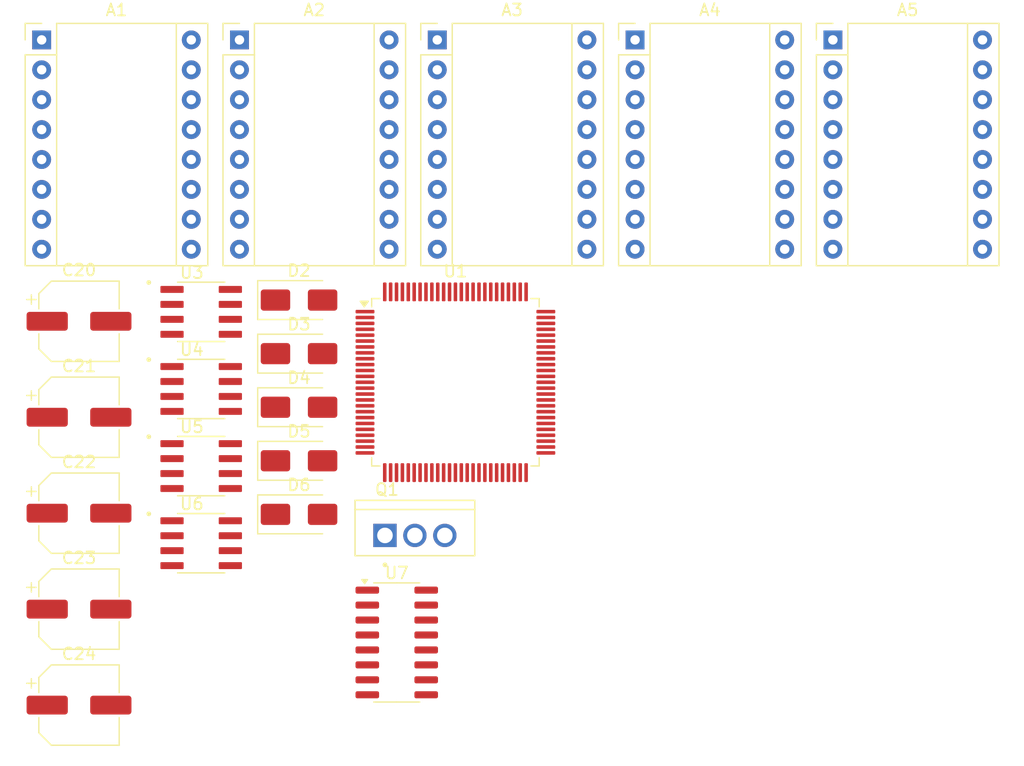
<source format=kicad_pcb>
(kicad_pcb (version 20241229) (generator "pcbnew") (generator_version "9.0")
  (layers (0 "F.Cu" signal) (2 "B.Cu" signal) (13 "F.Paste" user) (15 "B.Paste" user) (5 "F.SilkS" user "F.Silkscreen") (7 "B.SilkS" user "B.Silkscreen") (1 "F.Mask" user) (3 "B.Mask" user) (25 "Edge.Cuts" user))
  (net 0 "")
  (net 1 "Net-(A1-B2)")
  (net 2 "Net-(A1-A1)")
  (net 5 "+3.3V")
  (net 6 "Net-(A1-B1)")
  (net 9 "GND")
  (net 10 "Net-(A1-A2)")
  (net 11 "+24V")
  (net 14 "/~{EN1}")
  (net 16 "Net-(A2-B2)")
  (net 17 "Net-(A2-A1)")
  (net 18 "Net-(A2-A2)")
  (net 25 "Net-(A2-B1)")
  (net 29 "Net-(A3-B2)")
  (net 31 "Net-(A3-A2)")
  (net 33 "Net-(A3-A1)")
  (net 37 "Net-(A3-B1)")
  (net 41 "Net-(A4-B1)")
  (net 43 "Net-(A4-A1)")
  (net 44 "Net-(A4-A2)")
  (net 45 "Net-(A4-B2)")
  (net 55 "Net-(A5-A2)")
  (net 56 "Net-(A5-B1)")
  (net 58 "Net-(A5-A1)")
  (net 59 "Net-(A5-B2)")
  (net 68 "/HSE_IN")
  (net 88 "/USB_D+")
  (net 90 "/NRST")
  (net 91 "+3.3VA")
  (net 94 "/USB_D-")
  (net 130 "/SWDIO")
  (net 132 "/HSE_OUT")
  (net 135 "/BOOT0")
  (net 148 "/SWCLK")
  (footprint "MAX6675ISA_:SOIC127P600X175-8N" (layer "F.Cu") (at 84.18 101.97)
    (property "Reference" "U6" (at -0.795 -3.332 0) (layer "F.SilkS"))
    (property "Value" "MAX6675ISA_")
    (fp_line (start -2 -2.52) (end 2 -2.52) (stroke (width 0.127)) (layer "F.SilkS"))
    (fp_line (start -2 2.52) (end 2 2.52) (stroke (width 0.127)) (layer "F.SilkS"))
    (fp_circle (center -4.445 -2.495) (end -4.345 -2.495) (stroke (width 0.2)) (fill no) (layer "F.SilkS"))
    (pad "1" smd roundrect (at -2.475 -1.905) (size 1.97 0.59) (layers "F.Cu" "F.Mask" "F.Paste") (roundrect_rratio 0.125))
    (pad "2" smd roundrect (at -2.475 -0.635) (size 1.97 0.59) (layers "F.Cu" "F.Mask" "F.Paste") (roundrect_rratio 0.125))
    (pad "3" smd roundrect (at -2.475 0.635) (size 1.97 0.59) (layers "F.Cu" "F.Mask" "F.Paste") (roundrect_rratio 0.125))
    (pad "4" smd roundrect (at -2.475 1.905) (size 1.97 0.59) (layers "F.Cu" "F.Mask" "F.Paste") (roundrect_rratio 0.125))
    (pad "5" smd roundrect (at 2.475 1.905) (size 1.97 0.59) (layers "F.Cu" "F.Mask" "F.Paste") (roundrect_rratio 0.125))
    (pad "6" smd roundrect (at 2.475 0.635) (size 1.97 0.59) (layers "F.Cu" "F.Mask" "F.Paste") (roundrect_rratio 0.125))
    (pad "7" smd roundrect (at 2.475 -0.635) (size 1.97 0.59) (layers "F.Cu" "F.Mask" "F.Paste") (roundrect_rratio 0.125))
    (pad "8" smd roundrect (at 2.475 -1.905) (size 1.97 0.59) (layers "F.Cu" "F.Mask" "F.Paste") (roundrect_rratio 0.125))
  )
  (footprint "Diode_SMD:D_SMA" (layer "F.Cu") (at 92.485 94.97)
    (property "Reference" "D5" (at 0 -2.5 0) (layer "F.SilkS"))
    (property "Value" "SMAJ28A")
    (fp_line (start -3.51 -1.65) (end -3.51 1.65) (stroke (width 0.12)) (layer "F.SilkS"))
    (fp_line (start -3.51 -1.65) (end 2 -1.65) (stroke (width 0.12)) (layer "F.SilkS"))
    (fp_line (start -3.51 1.65) (end 2 1.65) (stroke (width 0.12)) (layer "F.SilkS"))
    (pad "1" smd roundrect (at -2 0) (size 2.5 1.8) (layers "F.Cu" "F.Mask" "F.Paste") (roundrect_rratio 0.1388888889) (net 11 "+24V"))
    (pad "2" smd roundrect (at 2 0) (size 2.5 1.8) (layers "F.Cu" "F.Mask" "F.Paste") (roundrect_rratio 0.1388888889) (net 9 "GND"))
  )
  (footprint "Diode_SMD:D_SMA" (layer "F.Cu") (at 92.485 90.42)
    (property "Reference" "D4" (at 0 -2.5 0) (layer "F.SilkS"))
    (property "Value" "SMAJ28A")
    (fp_line (start -3.51 -1.65) (end -3.51 1.65) (stroke (width 0.12)) (layer "F.SilkS"))
    (fp_line (start -3.51 -1.65) (end 2 -1.65) (stroke (width 0.12)) (layer "F.SilkS"))
    (fp_line (start -3.51 1.65) (end 2 1.65) (stroke (width 0.12)) (layer "F.SilkS"))
    (pad "1" smd roundrect (at -2 0) (size 2.5 1.8) (layers "F.Cu" "F.Mask" "F.Paste") (roundrect_rratio 0.1388888889) (net 11 "+24V"))
    (pad "2" smd roundrect (at 2 0) (size 2.5 1.8) (layers "F.Cu" "F.Mask" "F.Paste") (roundrect_rratio 0.1388888889) (net 9 "GND"))
  )
  (footprint "MAX6675ISA_:SOIC127P600X175-8N" (layer "F.Cu") (at 84.18 95.42)
    (property "Reference" "U5" (at -0.795 -3.332 0) (layer "F.SilkS"))
    (property "Value" "MAX6675ISA_")
    (fp_line (start -2 -2.52) (end 2 -2.52) (stroke (width 0.127)) (layer "F.SilkS"))
    (fp_line (start -2 2.52) (end 2 2.52) (stroke (width 0.127)) (layer "F.SilkS"))
    (fp_circle (center -4.445 -2.495) (end -4.345 -2.495) (stroke (width 0.2)) (fill no) (layer "F.SilkS"))
    (pad "1" smd roundrect (at -2.475 -1.905) (size 1.97 0.59) (layers "F.Cu" "F.Mask" "F.Paste") (roundrect_rratio 0.125))
    (pad "2" smd roundrect (at -2.475 -0.635) (size 1.97 0.59) (layers "F.Cu" "F.Mask" "F.Paste") (roundrect_rratio 0.125))
    (pad "3" smd roundrect (at -2.475 0.635) (size 1.97 0.59) (layers "F.Cu" "F.Mask" "F.Paste") (roundrect_rratio 0.125))
    (pad "4" smd roundrect (at -2.475 1.905) (size 1.97 0.59) (layers "F.Cu" "F.Mask" "F.Paste") (roundrect_rratio 0.125))
    (pad "5" smd roundrect (at 2.475 1.905) (size 1.97 0.59) (layers "F.Cu" "F.Mask" "F.Paste") (roundrect_rratio 0.125))
    (pad "6" smd roundrect (at 2.475 0.635) (size 1.97 0.59) (layers "F.Cu" "F.Mask" "F.Paste") (roundrect_rratio 0.125))
    (pad "7" smd roundrect (at 2.475 -0.635) (size 1.97 0.59) (layers "F.Cu" "F.Mask" "F.Paste") (roundrect_rratio 0.125))
    (pad "8" smd roundrect (at 2.475 -1.905) (size 1.97 0.59) (layers "F.Cu" "F.Mask" "F.Paste") (roundrect_rratio 0.125))
  )
  (footprint "MAX6675ISA_:SOIC127P600X175-8N" (layer "F.Cu") (at 84.18 82.32)
    (property "Reference" "U3" (at -0.795 -3.332 0) (layer "F.SilkS"))
    (property "Value" "MAX6675ISA_")
    (fp_line (start -2 -2.52) (end 2 -2.52) (stroke (width 0.127)) (layer "F.SilkS"))
    (fp_line (start -2 2.52) (end 2 2.52) (stroke (width 0.127)) (layer "F.SilkS"))
    (fp_circle (center -4.445 -2.495) (end -4.345 -2.495) (stroke (width 0.2)) (fill no) (layer "F.SilkS"))
    (pad "1" smd roundrect (at -2.475 -1.905) (size 1.97 0.59) (layers "F.Cu" "F.Mask" "F.Paste") (roundrect_rratio 0.125))
    (pad "2" smd roundrect (at -2.475 -0.635) (size 1.97 0.59) (layers "F.Cu" "F.Mask" "F.Paste") (roundrect_rratio 0.125))
    (pad "3" smd roundrect (at -2.475 0.635) (size 1.97 0.59) (layers "F.Cu" "F.Mask" "F.Paste") (roundrect_rratio 0.125))
    (pad "4" smd roundrect (at -2.475 1.905) (size 1.97 0.59) (layers "F.Cu" "F.Mask" "F.Paste") (roundrect_rratio 0.125))
    (pad "5" smd roundrect (at 2.475 1.905) (size 1.97 0.59) (layers "F.Cu" "F.Mask" "F.Paste") (roundrect_rratio 0.125))
    (pad "6" smd roundrect (at 2.475 0.635) (size 1.97 0.59) (layers "F.Cu" "F.Mask" "F.Paste") (roundrect_rratio 0.125))
    (pad "7" smd roundrect (at 2.475 -0.635) (size 1.97 0.59) (layers "F.Cu" "F.Mask" "F.Paste") (roundrect_rratio 0.125))
    (pad "8" smd roundrect (at 2.475 -1.905) (size 1.97 0.59) (layers "F.Cu" "F.Mask" "F.Paste") (roundrect_rratio 0.125))
  )
  (footprint "Package_QFP:LQFP-100_14x14mm_P0.5mm" (layer "F.Cu") (at 105.76 88.3)
    (property "Reference" "U1" (at 0 -9.43 0) (layer "F.SilkS"))
    (property "Value" "STM32F407VGT6")
    (fp_line (start -7.11 -7.11) (end -7.11 -6.41) (stroke (width 0.12)) (layer "F.SilkS"))
    (fp_line (start -7.11 7.11) (end -7.11 6.41) (stroke (width 0.12)) (layer "F.SilkS"))
    (fp_line (start -6.41 -7.11) (end -7.11 -7.11) (stroke (width 0.12)) (layer "F.SilkS"))
    (fp_line (start -6.41 7.11) (end -7.11 7.11) (stroke (width 0.12)) (layer "F.SilkS"))
    (fp_line (start 6.41 -7.11) (end 7.11 -7.11) (stroke (width 0.12)) (layer "F.SilkS"))
    (fp_line (start 6.41 7.11) (end 7.11 7.11) (stroke (width 0.12)) (layer "F.SilkS"))
    (fp_line (start 7.11 -7.11) (end 7.11 -6.41) (stroke (width 0.12)) (layer "F.SilkS"))
    (fp_line (start 7.11 7.11) (end 7.11 6.41) (stroke (width 0.12)) (layer "F.SilkS"))
    (fp_poly (pts (xy -7.7375 -6.41) (xy -8.0775 -6.88) (xy -7.3975 -6.88)) (stroke (width 0.12)) (fill yes) (layer "F.SilkS"))
    (pad "1" smd roundrect (at -7.675 -6) (size 1.6 0.3) (layers "F.Cu" "F.Mask" "F.Paste"))
    (pad "2" smd roundrect (at -7.675 -5.5) (size 1.6 0.3) (layers "F.Cu" "F.Mask" "F.Paste"))
    (pad "3" smd roundrect (at -7.675 -5) (size 1.6 0.3) (layers "F.Cu" "F.Mask" "F.Paste"))
    (pad "4" smd roundrect (at -7.675 -4.5) (size 1.6 0.3) (layers "F.Cu" "F.Mask" "F.Paste"))
    (pad "5" smd roundrect (at -7.675 -4) (size 1.6 0.3) (layers "F.Cu" "F.Mask" "F.Paste"))
    (pad "6" smd roundrect (at -7.675 -3.5) (size 1.6 0.3) (layers "F.Cu" "F.Mask" "F.Paste") (net 5 "+3.3V"))
    (pad "7" smd roundrect (at -7.675 -3) (size 1.6 0.3) (layers "F.Cu" "F.Mask" "F.Paste"))
    (pad "8" smd roundrect (at -7.675 -2.5) (size 1.6 0.3) (layers "F.Cu" "F.Mask" "F.Paste"))
    (pad "9" smd roundrect (at -7.675 -2) (size 1.6 0.3) (layers "F.Cu" "F.Mask" "F.Paste"))
    (pad "10" smd roundrect (at -7.675 -1.5) (size 1.6 0.3) (layers "F.Cu" "F.Mask" "F.Paste") (net 9 "GND"))
    (pad "11" smd roundrect (at -7.675 -1) (size 1.6 0.3) (layers "F.Cu" "F.Mask" "F.Paste") (net 5 "+3.3V"))
    (pad "12" smd roundrect (at -7.675 -0.5) (size 1.6 0.3) (layers "F.Cu" "F.Mask" "F.Paste") (net 68 "/HSE_IN"))
    (pad "13" smd roundrect (at -7.675 0) (size 1.6 0.3) (layers "F.Cu" "F.Mask" "F.Paste") (net 132 "/HSE_OUT"))
    (pad "14" smd roundrect (at -7.675 0.5) (size 1.6 0.3) (layers "F.Cu" "F.Mask" "F.Paste") (net 90 "/NRST"))
    (pad "15" smd roundrect (at -7.675 1) (size 1.6 0.3) (layers "F.Cu" "F.Mask" "F.Paste"))
    (pad "16" smd roundrect (at -7.675 1.5) (size 1.6 0.3) (layers "F.Cu" "F.Mask" "F.Paste"))
    (pad "17" smd roundrect (at -7.675 2) (size 1.6 0.3) (layers "F.Cu" "F.Mask" "F.Paste"))
    (pad "18" smd roundrect (at -7.675 2.5) (size 1.6 0.3) (layers "F.Cu" "F.Mask" "F.Paste"))
    (pad "19" smd roundrect (at -7.675 3) (size 1.6 0.3) (layers "F.Cu" "F.Mask" "F.Paste") (net 5 "+3.3V"))
    (pad "20" smd roundrect (at -7.675 3.5) (size 1.6 0.3) (layers "F.Cu" "F.Mask" "F.Paste") (net 9 "GND"))
    (pad "21" smd roundrect (at -7.675 4) (size 1.6 0.3) (layers "F.Cu" "F.Mask" "F.Paste"))
    (pad "22" smd roundrect (at -7.675 4.5) (size 1.6 0.3) (layers "F.Cu" "F.Mask" "F.Paste") (net 91 "+3.3VA"))
    (pad "23" smd roundrect (at -7.675 5) (size 1.6 0.3) (layers "F.Cu" "F.Mask" "F.Paste"))
    (pad "24" smd roundrect (at -7.675 5.5) (size 1.6 0.3) (layers "F.Cu" "F.Mask" "F.Paste"))
    (pad "25" smd roundrect (at -7.675 6) (size 1.6 0.3) (layers "F.Cu" "F.Mask" "F.Paste"))
    (pad "26" smd roundrect (at -6 7.675) (size 0.3 1.6) (layers "F.Cu" "F.Mask" "F.Paste"))
    (pad "27" smd roundrect (at -5.5 7.675) (size 0.3 1.6) (layers "F.Cu" "F.Mask" "F.Paste") (net 9 "GND"))
    (pad "28" smd roundrect (at -5 7.675) (size 0.3 1.6) (layers "F.Cu" "F.Mask" "F.Paste") (net 5 "+3.3V"))
    (pad "29" smd roundrect (at -4.5 7.675) (size 0.3 1.6) (layers "F.Cu" "F.Mask" "F.Paste"))
    (pad "30" smd roundrect (at -4 7.675) (size 0.3 1.6) (layers "F.Cu" "F.Mask" "F.Paste"))
    (pad "31" smd roundrect (at -3.5 7.675) (size 0.3 1.6) (layers "F.Cu" "F.Mask" "F.Paste"))
    (pad "32" smd roundrect (at -3 7.675) (size 0.3 1.6) (layers "F.Cu" "F.Mask" "F.Paste"))
    (pad "33" smd roundrect (at -2.5 7.675) (size 0.3 1.6) (layers "F.Cu" "F.Mask" "F.Paste"))
    (pad "34" smd roundrect (at -2 7.675) (size 0.3 1.6) (layers "F.Cu" "F.Mask" "F.Paste"))
    (pad "35" smd roundrect (at -1.5 7.675) (size 0.3 1.6) (layers "F.Cu" "F.Mask" "F.Paste"))
    (pad "36" smd roundrect (at -1 7.675) (size 0.3 1.6) (layers "F.Cu" "F.Mask" "F.Paste"))
    (pad "37" smd roundrect (at -0.5 7.675) (size 0.3 1.6) (layers "F.Cu" "F.Mask" "F.Paste"))
    (pad "38" smd roundrect (at 0 7.675) (size 0.3 1.6) (layers "F.Cu" "F.Mask" "F.Paste"))
    (pad "39" smd roundrect (at 0.5 7.675) (size 0.3 1.6) (layers "F.Cu" "F.Mask" "F.Paste"))
    (pad "40" smd roundrect (at 1 7.675) (size 0.3 1.6) (layers "F.Cu" "F.Mask" "F.Paste"))
    (pad "41" smd roundrect (at 1.5 7.675) (size 0.3 1.6) (layers "F.Cu" "F.Mask" "F.Paste"))
    (pad "42" smd roundrect (at 2 7.675) (size 0.3 1.6) (layers "F.Cu" "F.Mask" "F.Paste"))
    (pad "43" smd roundrect (at 2.5 7.675) (size 0.3 1.6) (layers "F.Cu" "F.Mask" "F.Paste"))
    (pad "44" smd roundrect (at 3 7.675) (size 0.3 1.6) (layers "F.Cu" "F.Mask" "F.Paste"))
    (pad "45" smd roundrect (at 3.5 7.675) (size 0.3 1.6) (layers "F.Cu" "F.Mask" "F.Paste"))
    (pad "46" smd roundrect (at 4 7.675) (size 0.3 1.6) (layers "F.Cu" "F.Mask" "F.Paste"))
    (pad "47" smd roundrect (at 4.5 7.675) (size 0.3 1.6) (layers "F.Cu" "F.Mask" "F.Paste"))
    (pad "48" smd roundrect (at 5 7.675) (size 0.3 1.6) (layers "F.Cu" "F.Mask" "F.Paste"))
    (pad "49" smd roundrect (at 5.5 7.675) (size 0.3 1.6) (layers "F.Cu" "F.Mask" "F.Paste"))
    (pad "50" smd roundrect (at 6 7.675) (size 0.3 1.6) (layers "F.Cu" "F.Mask" "F.Paste") (net 5 "+3.3V"))
    (pad "51" smd roundrect (at 7.675 6) (size 1.6 0.3) (layers "F.Cu" "F.Mask" "F.Paste"))
    (pad "52" smd roundrect (at 7.675 5.5) (size 1.6 0.3) (layers "F.Cu" "F.Mask" "F.Paste"))
    (pad "53" smd roundrect (at 7.675 5) (size 1.6 0.3) (layers "F.Cu" "F.Mask" "F.Paste"))
    (pad "54" smd roundrect (at 7.675 4.5) (size 1.6 0.3) (layers "F.Cu" "F.Mask" "F.Paste"))
    (pad "55" smd roundrect (at 7.675 4) (size 1.6 0.3) (layers "F.Cu" "F.Mask" "F.Paste"))
    (pad "56" smd roundrect (at 7.675 3.5) (size 1.6 0.3) (layers "F.Cu" "F.Mask" "F.Paste"))
    (pad "57" smd roundrect (at 7.675 3) (size 1.6 0.3) (layers "F.Cu" "F.Mask" "F.Paste"))
    (pad "58" smd roundrect (at 7.675 2.5) (size 1.6 0.3) (layers "F.Cu" "F.Mask" "F.Paste"))
    (pad "59" smd roundrect (at 7.675 2) (size 1.6 0.3) (layers "F.Cu" "F.Mask" "F.Paste"))
    (pad "60" smd roundrect (at 7.675 1.5) (size 1.6 0.3) (layers "F.Cu" "F.Mask" "F.Paste"))
    (pad "61" smd roundrect (at 7.675 1) (size 1.6 0.3) (layers "F.Cu" "F.Mask" "F.Paste"))
    (pad "62" smd roundrect (at 7.675 0.5) (size 1.6 0.3) (layers "F.Cu" "F.Mask" "F.Paste"))
    (pad "63" smd roundrect (at 7.675 0) (size 1.6 0.3) (layers "F.Cu" "F.Mask" "F.Paste"))
    (pad "64" smd roundrect (at 7.675 -0.5) (size 1.6 0.3) (layers "F.Cu" "F.Mask" "F.Paste"))
    (pad "65" smd roundrect (at 7.675 -1) (size 1.6 0.3) (layers "F.Cu" "F.Mask" "F.Paste"))
    (pad "66" smd roundrect (at 7.675 -1.5) (size 1.6 0.3) (layers "F.Cu" "F.Mask" "F.Paste"))
    (pad "67" smd roundrect (at 7.675 -2) (size 1.6 0.3) (layers "F.Cu" "F.Mask" "F.Paste"))
    (pad "68" smd roundrect (at 7.675 -2.5) (size 1.6 0.3) (layers "F.Cu" "F.Mask" "F.Paste"))
    (pad "69" smd roundrect (at 7.675 -3) (size 1.6 0.3) (layers "F.Cu" "F.Mask" "F.Paste"))
    (pad "70" smd roundrect (at 7.675 -3.5) (size 1.6 0.3) (layers "F.Cu" "F.Mask" "F.Paste") (net 94 "/USB_D-"))
    (pad "71" smd roundrect (at 7.675 -4) (size 1.6 0.3) (layers "F.Cu" "F.Mask" "F.Paste") (net 88 "/USB_D+"))
    (pad "72" smd roundrect (at 7.675 -4.5) (size 1.6 0.3) (layers "F.Cu" "F.Mask" "F.Paste") (net 130 "/SWDIO"))
    (pad "73" smd roundrect (at 7.675 -5) (size 1.6 0.3) (layers "F.Cu" "F.Mask" "F.Paste"))
    (pad "74" smd roundrect (at 7.675 -5.5) (size 1.6 0.3) (layers "F.Cu" "F.Mask" "F.Paste") (net 9 "GND"))
    (pad "75" smd roundrect (at 7.675 -6) (size 1.6 0.3) (layers "F.Cu" "F.Mask" "F.Paste") (net 5 "+3.3V"))
    (pad "76" smd roundrect (at 6 -7.675) (size 0.3 1.6) (layers "F.Cu" "F.Mask" "F.Paste") (net 148 "/SWCLK"))
    (pad "77" smd roundrect (at 5.5 -7.675) (size 0.3 1.6) (layers "F.Cu" "F.Mask" "F.Paste"))
    (pad "78" smd roundrect (at 5 -7.675) (size 0.3 1.6) (layers "F.Cu" "F.Mask" "F.Paste"))
    (pad "79" smd roundrect (at 4.5 -7.675) (size 0.3 1.6) (layers "F.Cu" "F.Mask" "F.Paste"))
    (pad "80" smd roundrect (at 4 -7.675) (size 0.3 1.6) (layers "F.Cu" "F.Mask" "F.Paste"))
    (pad "81" smd roundrect (at 3.5 -7.675) (size 0.3 1.6) (layers "F.Cu" "F.Mask" "F.Paste"))
    (pad "82" smd roundrect (at 3 -7.675) (size 0.3 1.6) (layers "F.Cu" "F.Mask" "F.Paste"))
    (pad "83" smd roundrect (at 2.5 -7.675) (size 0.3 1.6) (layers "F.Cu" "F.Mask" "F.Paste"))
    (pad "84" smd roundrect (at 2 -7.675) (size 0.3 1.6) (layers "F.Cu" "F.Mask" "F.Paste"))
    (pad "85" smd roundrect (at 1.5 -7.675) (size 0.3 1.6) (layers "F.Cu" "F.Mask" "F.Paste"))
    (pad "86" smd roundrect (at 1 -7.675) (size 0.3 1.6) (layers "F.Cu" "F.Mask" "F.Paste"))
    (pad "87" smd roundrect (at 0.5 -7.675) (size 0.3 1.6) (layers "F.Cu" "F.Mask" "F.Paste"))
    (pad "88" smd roundrect (at 0 -7.675) (size 0.3 1.6) (layers "F.Cu" "F.Mask" "F.Paste"))
    (pad "89" smd roundrect (at -0.5 -7.675) (size 0.3 1.6) (layers "F.Cu" "F.Mask" "F.Paste"))
    (pad "90" smd roundrect (at -1 -7.675) (size 0.3 1.6) (layers "F.Cu" "F.Mask" "F.Paste"))
    (pad "91" smd roundrect (at -1.5 -7.675) (size 0.3 1.6) (layers "F.Cu" "F.Mask" "F.Paste"))
    (pad "92" smd roundrect (at -2 -7.675) (size 0.3 1.6) (layers "F.Cu" "F.Mask" "F.Paste"))
    (pad "93" smd roundrect (at -2.5 -7.675) (size 0.3 1.6) (layers "F.Cu" "F.Mask" "F.Paste"))
    (pad "94" smd roundrect (at -3 -7.675) (size 0.3 1.6) (layers "F.Cu" "F.Mask" "F.Paste") (net 135 "/BOOT0"))
    (pad "95" smd roundrect (at -3.5 -7.675) (size 0.3 1.6) (layers "F.Cu" "F.Mask" "F.Paste"))
    (pad "96" smd roundrect (at -4 -7.675) (size 0.3 1.6) (layers "F.Cu" "F.Mask" "F.Paste"))
    (pad "97" smd roundrect (at -4.5 -7.675) (size 0.3 1.6) (layers "F.Cu" "F.Mask" "F.Paste"))
    (pad "98" smd roundrect (at -5 -7.675) (size 0.3 1.6) (layers "F.Cu" "F.Mask" "F.Paste"))
    (pad "99" smd roundrect (at -5.5 -7.675) (size 0.3 1.6) (layers "F.Cu" "F.Mask" "F.Paste") (net 9 "GND"))
    (pad "100" smd roundrect (at -6 -7.675) (size 0.3 1.6) (layers "F.Cu" "F.Mask" "F.Paste") (net 5 "+3.3V"))
  )
  (footprint "RFP30N06LE:TRANS_RFP30N06LE" (layer "F.Cu") (at 102.32 101.31)
    (property "Reference" "Q1" (at -2.368715 -3.891095 0) (layer "F.SilkS") (effects (font (size 1.001567 1.001567))))
    (property "Value" "RFP30N06LE")
    (fp_line (start -5.1 -2.2) (end 5.1 -2.2) (stroke (width 0.127)) (layer "F.SilkS"))
    (fp_line (start -5.08 -2.98) (end -5.08 1.72) (stroke (width 0.127)) (layer "F.SilkS"))
    (fp_line (start -5.08 1.72) (end 5.08 1.72) (stroke (width 0.127)) (layer "F.SilkS"))
    (fp_line (start 5.08 -2.98) (end -5.08 -2.98) (stroke (width 0.127)) (layer "F.SilkS"))
    (fp_line (start 5.08 1.72) (end 5.08 -2.98) (stroke (width 0.127)) (layer "F.SilkS"))
    (fp_circle (center -2.54 2.5) (end -2.34 2.5) (fill yes) (layer "F.SilkS"))
    (pad "1" thru_hole rect (at -2.54 0) (size 1.98 1.98) (drill 1.32) (layers "*.Cu" "*.Mask"))
    (pad "2" thru_hole circle (at 0 0) (size 1.98 1.98) (drill 1.32) (layers "*.Cu" "*.Mask"))
    (pad "3" thru_hole circle (at 2.54 0) (size 1.98 1.98) (drill 1.32) (layers "*.Cu" "*.Mask"))
  )
  (footprint "Diode_SMD:D_SMA" (layer "F.Cu") (at 92.485 99.52)
    (property "Reference" "D6" (at 0 -2.5 0) (layer "F.SilkS"))
    (property "Value" "SMAJ28A")
    (fp_line (start -3.51 -1.65) (end -3.51 1.65) (stroke (width 0.12)) (layer "F.SilkS"))
    (fp_line (start -3.51 -1.65) (end 2 -1.65) (stroke (width 0.12)) (layer "F.SilkS"))
    (fp_line (start -3.51 1.65) (end 2 1.65) (stroke (width 0.12)) (layer "F.SilkS"))
    (pad "1" smd roundrect (at -2 0) (size 2.5 1.8) (layers "F.Cu" "F.Mask" "F.Paste") (roundrect_rratio 0.1388888889) (net 11 "+24V"))
    (pad "2" smd roundrect (at 2 0) (size 2.5 1.8) (layers "F.Cu" "F.Mask" "F.Paste") (roundrect_rratio 0.1388888889) (net 9 "GND"))
  )
  (footprint "Capacitor_SMD:CP_Elec_6.3x7.7" (layer "F.Cu") (at 73.81 83.12)
    (property "Reference" "C20" (at 0 -4.35 0) (layer "F.SilkS"))
    (property "Value" "C_Polarized")
    (fp_line (start -4.4375 -1.8475) (end -3.65 -1.8475) (stroke (width 0.12)) (layer "F.SilkS"))
    (fp_line (start -4.04375 -2.24125) (end -4.04375 -1.45375) (stroke (width 0.12)) (layer "F.SilkS"))
    (fp_line (start -3.41 -2.345563) (end -3.41 -1.06) (stroke (width 0.12)) (layer "F.SilkS"))
    (fp_line (start -3.41 -2.345563) (end -2.345563 -3.41) (stroke (width 0.12)) (layer "F.SilkS"))
    (fp_line (start -3.41 2.345563) (end -3.41 1.06) (stroke (width 0.12)) (layer "F.SilkS"))
    (fp_line (start -3.41 2.345563) (end -2.345563 3.41) (stroke (width 0.12)) (layer "F.SilkS"))
    (fp_line (start -2.345563 -3.41) (end 3.41 -3.41) (stroke (width 0.12)) (layer "F.SilkS"))
    (fp_line (start -2.345563 3.41) (end 3.41 3.41) (stroke (width 0.12)) (layer "F.SilkS"))
    (fp_line (start 3.41 -3.41) (end 3.41 -1.06) (stroke (width 0.12)) (layer "F.SilkS"))
    (fp_line (start 3.41 3.41) (end 3.41 1.06) (stroke (width 0.12)) (layer "F.SilkS"))
    (pad "1" smd roundrect (at -2.7 0) (size 3.5 1.6) (layers "F.Cu" "F.Mask" "F.Paste") (roundrect_rratio 0.15625) (net 11 "+24V"))
    (pad "2" smd roundrect (at 2.7 0) (size 3.5 1.6) (layers "F.Cu" "F.Mask" "F.Paste") (roundrect_rratio 0.15625) (net 9 "GND"))
  )
  (footprint "Module:Pololu_Breakout-16_15.2x20.3mm" (layer "F.Cu") (at 137.8 59.22)
    (property "Reference" "A5" (at 6.35 -2.54 0) (layer "F.SilkS"))
    (property "Value" "Pololu_Breakout_DRV8825")
    (fp_line (start -1.4 -1.4) (end -1.4 0) (stroke (width 0.12)) (layer "F.SilkS"))
    (fp_line (start -1.4 1.27) (end -1.4 19.18) (stroke (width 0.12)) (layer "F.SilkS"))
    (fp_line (start -1.4 19.18) (end 14.1 19.18) (stroke (width 0.12)) (layer "F.SilkS"))
    (fp_line (start 0 -1.4) (end -1.4 -1.4) (stroke (width 0.12)) (layer "F.SilkS"))
    (fp_line (start 1.27 -1.4) (end 1.27 1.27) (stroke (width 0.12)) (layer "F.SilkS"))
    (fp_line (start 1.27 1.27) (end -1.4 1.27) (stroke (width 0.12)) (layer "F.SilkS"))
    (fp_line (start 1.27 1.27) (end 1.27 19.18) (stroke (width 0.12)) (layer "F.SilkS"))
    (fp_line (start 11.43 -1.4) (end 11.43 19.18) (stroke (width 0.12)) (layer "F.SilkS"))
    (fp_line (start 14.1 -1.4) (end 1.27 -1.4) (stroke (width 0.12)) (layer "F.SilkS"))
    (fp_line (start 14.1 19.18) (end 14.1 -1.4) (stroke (width 0.12)) (layer "F.SilkS"))
    (pad "1" thru_hole rect (at 0 0) (size 1.6 1.6) (drill 0.8) (layers "*.Cu" "*.Mask") (net 9 "GND"))
    (pad "2" thru_hole oval (at 0 2.54) (size 1.6 1.6) (drill 0.8) (layers "*.Cu" "*.Mask") (net 5 "+3.3V"))
    (pad "3" thru_hole oval (at 0 5.08) (size 1.6 1.6) (drill 0.8) (layers "*.Cu" "*.Mask") (net 55 "Net-(A5-A2)"))
    (pad "4" thru_hole oval (at 0 7.62) (size 1.6 1.6) (drill 0.8) (layers "*.Cu" "*.Mask") (net 58 "Net-(A5-A1)"))
    (pad "5" thru_hole oval (at 0 10.16) (size 1.6 1.6) (drill 0.8) (layers "*.Cu" "*.Mask") (net 56 "Net-(A5-B1)"))
    (pad "6" thru_hole oval (at 0 12.7) (size 1.6 1.6) (drill 0.8) (layers "*.Cu" "*.Mask") (net 59 "Net-(A5-B2)"))
    (pad "7" thru_hole oval (at 0 15.24) (size 1.6 1.6) (drill 0.8) (layers "*.Cu" "*.Mask") (net 9 "GND"))
    (pad "8" thru_hole oval (at 0 17.78) (size 1.6 1.6) (drill 0.8) (layers "*.Cu" "*.Mask") (net 11 "+24V"))
    (pad "9" thru_hole oval (at 12.7 17.78) (size 1.6 1.6) (drill 0.8) (layers "*.Cu" "*.Mask") (net 14 "/~{EN1}"))
    (pad "10" thru_hole oval (at 12.7 15.24) (size 1.6 1.6) (drill 0.8) (layers "*.Cu" "*.Mask"))
    (pad "11" thru_hole oval (at 12.7 12.7) (size 1.6 1.6) (drill 0.8) (layers "*.Cu" "*.Mask"))
    (pad "12" thru_hole oval (at 12.7 10.16) (size 1.6 1.6) (drill 0.8) (layers "*.Cu" "*.Mask"))
    (pad "13" thru_hole oval (at 12.7 7.62) (size 1.6 1.6) (drill 0.8) (layers "*.Cu" "*.Mask"))
    (pad "14" thru_hole oval (at 12.7 5.08) (size 1.6 1.6) (drill 0.8) (layers "*.Cu" "*.Mask"))
    (pad "15" thru_hole oval (at 12.7 2.54) (size 1.6 1.6) (drill 0.8) (layers "*.Cu" "*.Mask"))
    (pad "16" thru_hole oval (at 12.7 0) (size 1.6 1.6) (drill 0.8) (layers "*.Cu" "*.Mask"))
  )
  (footprint "Module:Pololu_Breakout-16_15.2x20.3mm" (layer "F.Cu") (at 70.64 59.22)
    (property "Reference" "A1" (at 6.35 -2.54 0) (layer "F.SilkS"))
    (property "Value" "Pololu_Breakout_DRV8825")
    (fp_line (start -1.4 -1.4) (end -1.4 0) (stroke (width 0.12)) (layer "F.SilkS"))
    (fp_line (start -1.4 1.27) (end -1.4 19.18) (stroke (width 0.12)) (layer "F.SilkS"))
    (fp_line (start -1.4 19.18) (end 14.1 19.18) (stroke (width 0.12)) (layer "F.SilkS"))
    (fp_line (start 0 -1.4) (end -1.4 -1.4) (stroke (width 0.12)) (layer "F.SilkS"))
    (fp_line (start 1.27 -1.4) (end 1.27 1.27) (stroke (width 0.12)) (layer "F.SilkS"))
    (fp_line (start 1.27 1.27) (end -1.4 1.27) (stroke (width 0.12)) (layer "F.SilkS"))
    (fp_line (start 1.27 1.27) (end 1.27 19.18) (stroke (width 0.12)) (layer "F.SilkS"))
    (fp_line (start 11.43 -1.4) (end 11.43 19.18) (stroke (width 0.12)) (layer "F.SilkS"))
    (fp_line (start 14.1 -1.4) (end 1.27 -1.4) (stroke (width 0.12)) (layer "F.SilkS"))
    (fp_line (start 14.1 19.18) (end 14.1 -1.4) (stroke (width 0.12)) (layer "F.SilkS"))
    (pad "1" thru_hole rect (at 0 0) (size 1.6 1.6) (drill 0.8) (layers "*.Cu" "*.Mask") (net 9 "GND"))
    (pad "2" thru_hole oval (at 0 2.54) (size 1.6 1.6) (drill 0.8) (layers "*.Cu" "*.Mask") (net 5 "+3.3V"))
    (pad "3" thru_hole oval (at 0 5.08) (size 1.6 1.6) (drill 0.8) (layers "*.Cu" "*.Mask") (net 10 "Net-(A1-A2)"))
    (pad "4" thru_hole oval (at 0 7.62) (size 1.6 1.6) (drill 0.8) (layers "*.Cu" "*.Mask") (net 2 "Net-(A1-A1)"))
    (pad "5" thru_hole oval (at 0 10.16) (size 1.6 1.6) (drill 0.8) (layers "*.Cu" "*.Mask") (net 6 "Net-(A1-B1)"))
    (pad "6" thru_hole oval (at 0 12.7) (size 1.6 1.6) (drill 0.8) (layers "*.Cu" "*.Mask") (net 1 "Net-(A1-B2)"))
    (pad "7" thru_hole oval (at 0 15.24) (size 1.6 1.6) (drill 0.8) (layers "*.Cu" "*.Mask") (net 9 "GND"))
    (pad "8" thru_hole oval (at 0 17.78) (size 1.6 1.6) (drill 0.8) (layers "*.Cu" "*.Mask") (net 11 "+24V"))
    (pad "9" thru_hole oval (at 12.7 17.78) (size 1.6 1.6) (drill 0.8) (layers "*.Cu" "*.Mask") (net 14 "/~{EN1}"))
    (pad "10" thru_hole oval (at 12.7 15.24) (size 1.6 1.6) (drill 0.8) (layers "*.Cu" "*.Mask"))
    (pad "11" thru_hole oval (at 12.7 12.7) (size 1.6 1.6) (drill 0.8) (layers "*.Cu" "*.Mask"))
    (pad "12" thru_hole oval (at 12.7 10.16) (size 1.6 1.6) (drill 0.8) (layers "*.Cu" "*.Mask"))
    (pad "13" thru_hole oval (at 12.7 7.62) (size 1.6 1.6) (drill 0.8) (layers "*.Cu" "*.Mask"))
    (pad "14" thru_hole oval (at 12.7 5.08) (size 1.6 1.6) (drill 0.8) (layers "*.Cu" "*.Mask"))
    (pad "15" thru_hole oval (at 12.7 2.54) (size 1.6 1.6) (drill 0.8) (layers "*.Cu" "*.Mask"))
    (pad "16" thru_hole oval (at 12.7 0) (size 1.6 1.6) (drill 0.8) (layers "*.Cu" "*.Mask"))
  )
  (footprint "Module:Pololu_Breakout-16_15.2x20.3mm" (layer "F.Cu") (at 104.22 59.22)
    (property "Reference" "A3" (at 6.35 -2.54 0) (layer "F.SilkS"))
    (property "Value" "Pololu_Breakout_DRV8825")
    (fp_line (start -1.4 -1.4) (end -1.4 0) (stroke (width 0.12)) (layer "F.SilkS"))
    (fp_line (start -1.4 1.27) (end -1.4 19.18) (stroke (width 0.12)) (layer "F.SilkS"))
    (fp_line (start -1.4 19.18) (end 14.1 19.18) (stroke (width 0.12)) (layer "F.SilkS"))
    (fp_line (start 0 -1.4) (end -1.4 -1.4) (stroke (width 0.12)) (layer "F.SilkS"))
    (fp_line (start 1.27 -1.4) (end 1.27 1.27) (stroke (width 0.12)) (layer "F.SilkS"))
    (fp_line (start 1.27 1.27) (end -1.4 1.27) (stroke (width 0.12)) (layer "F.SilkS"))
    (fp_line (start 1.27 1.27) (end 1.27 19.18) (stroke (width 0.12)) (layer "F.SilkS"))
    (fp_line (start 11.43 -1.4) (end 11.43 19.18) (stroke (width 0.12)) (layer "F.SilkS"))
    (fp_line (start 14.1 -1.4) (end 1.27 -1.4) (stroke (width 0.12)) (layer "F.SilkS"))
    (fp_line (start 14.1 19.18) (end 14.1 -1.4) (stroke (width 0.12)) (layer "F.SilkS"))
    (pad "1" thru_hole rect (at 0 0) (size 1.6 1.6) (drill 0.8) (layers "*.Cu" "*.Mask") (net 9 "GND"))
    (pad "2" thru_hole oval (at 0 2.54) (size 1.6 1.6) (drill 0.8) (layers "*.Cu" "*.Mask") (net 5 "+3.3V"))
    (pad "3" thru_hole oval (at 0 5.08) (size 1.6 1.6) (drill 0.8) (layers "*.Cu" "*.Mask") (net 31 "Net-(A3-A2)"))
    (pad "4" thru_hole oval (at 0 7.62) (size 1.6 1.6) (drill 0.8) (layers "*.Cu" "*.Mask") (net 33 "Net-(A3-A1)"))
    (pad "5" thru_hole oval (at 0 10.16) (size 1.6 1.6) (drill 0.8) (layers "*.Cu" "*.Mask") (net 37 "Net-(A3-B1)"))
    (pad "6" thru_hole oval (at 0 12.7) (size 1.6 1.6) (drill 0.8) (layers "*.Cu" "*.Mask") (net 29 "Net-(A3-B2)"))
    (pad "7" thru_hole oval (at 0 15.24) (size 1.6 1.6) (drill 0.8) (layers "*.Cu" "*.Mask") (net 9 "GND"))
    (pad "8" thru_hole oval (at 0 17.78) (size 1.6 1.6) (drill 0.8) (layers "*.Cu" "*.Mask") (net 11 "+24V"))
    (pad "9" thru_hole oval (at 12.7 17.78) (size 1.6 1.6) (drill 0.8) (layers "*.Cu" "*.Mask") (net 14 "/~{EN1}"))
    (pad "10" thru_hole oval (at 12.7 15.24) (size 1.6 1.6) (drill 0.8) (layers "*.Cu" "*.Mask"))
    (pad "11" thru_hole oval (at 12.7 12.7) (size 1.6 1.6) (drill 0.8) (layers "*.Cu" "*.Mask"))
    (pad "12" thru_hole oval (at 12.7 10.16) (size 1.6 1.6) (drill 0.8) (layers "*.Cu" "*.Mask"))
    (pad "13" thru_hole oval (at 12.7 7.62) (size 1.6 1.6) (drill 0.8) (layers "*.Cu" "*.Mask"))
    (pad "14" thru_hole oval (at 12.7 5.08) (size 1.6 1.6) (drill 0.8) (layers "*.Cu" "*.Mask"))
    (pad "15" thru_hole oval (at 12.7 2.54) (size 1.6 1.6) (drill 0.8) (layers "*.Cu" "*.Mask"))
    (pad "16" thru_hole oval (at 12.7 0) (size 1.6 1.6) (drill 0.8) (layers "*.Cu" "*.Mask"))
  )
  (footprint "Capacitor_SMD:CP_Elec_6.3x7.7" (layer "F.Cu") (at 73.81 107.57)
    (property "Reference" "C23" (at 0 -4.35 0) (layer "F.SilkS"))
    (property "Value" "C_Polarized")
    (fp_line (start -4.4375 -1.8475) (end -3.65 -1.8475) (stroke (width 0.12)) (layer "F.SilkS"))
    (fp_line (start -4.04375 -2.24125) (end -4.04375 -1.45375) (stroke (width 0.12)) (layer "F.SilkS"))
    (fp_line (start -3.41 -2.345563) (end -3.41 -1.06) (stroke (width 0.12)) (layer "F.SilkS"))
    (fp_line (start -3.41 -2.345563) (end -2.345563 -3.41) (stroke (width 0.12)) (layer "F.SilkS"))
    (fp_line (start -3.41 2.345563) (end -3.41 1.06) (stroke (width 0.12)) (layer "F.SilkS"))
    (fp_line (start -3.41 2.345563) (end -2.345563 3.41) (stroke (width 0.12)) (layer "F.SilkS"))
    (fp_line (start -2.345563 -3.41) (end 3.41 -3.41) (stroke (width 0.12)) (layer "F.SilkS"))
    (fp_line (start -2.345563 3.41) (end 3.41 3.41) (stroke (width 0.12)) (layer "F.SilkS"))
    (fp_line (start 3.41 -3.41) (end 3.41 -1.06) (stroke (width 0.12)) (layer "F.SilkS"))
    (fp_line (start 3.41 3.41) (end 3.41 1.06) (stroke (width 0.12)) (layer "F.SilkS"))
    (pad "1" smd roundrect (at -2.7 0) (size 3.5 1.6) (layers "F.Cu" "F.Mask" "F.Paste") (roundrect_rratio 0.15625) (net 11 "+24V"))
    (pad "2" smd roundrect (at 2.7 0) (size 3.5 1.6) (layers "F.Cu" "F.Mask" "F.Paste") (roundrect_rratio 0.15625) (net 9 "GND"))
  )
  (footprint "Capacitor_SMD:CP_Elec_6.3x7.7" (layer "F.Cu") (at 73.81 91.27)
    (property "Reference" "C21" (at 0 -4.35 0) (layer "F.SilkS"))
    (property "Value" "C_Polarized")
    (fp_line (start -4.4375 -1.8475) (end -3.65 -1.8475) (stroke (width 0.12)) (layer "F.SilkS"))
    (fp_line (start -4.04375 -2.24125) (end -4.04375 -1.45375) (stroke (width 0.12)) (layer "F.SilkS"))
    (fp_line (start -3.41 -2.345563) (end -3.41 -1.06) (stroke (width 0.12)) (layer "F.SilkS"))
    (fp_line (start -3.41 -2.345563) (end -2.345563 -3.41) (stroke (width 0.12)) (layer "F.SilkS"))
    (fp_line (start -3.41 2.345563) (end -3.41 1.06) (stroke (width 0.12)) (layer "F.SilkS"))
    (fp_line (start -3.41 2.345563) (end -2.345563 3.41) (stroke (width 0.12)) (layer "F.SilkS"))
    (fp_line (start -2.345563 -3.41) (end 3.41 -3.41) (stroke (width 0.12)) (layer "F.SilkS"))
    (fp_line (start -2.345563 3.41) (end 3.41 3.41) (stroke (width 0.12)) (layer "F.SilkS"))
    (fp_line (start 3.41 -3.41) (end 3.41 -1.06) (stroke (width 0.12)) (layer "F.SilkS"))
    (fp_line (start 3.41 3.41) (end 3.41 1.06) (stroke (width 0.12)) (layer "F.SilkS"))
    (pad "1" smd roundrect (at -2.7 0) (size 3.5 1.6) (layers "F.Cu" "F.Mask" "F.Paste") (roundrect_rratio 0.15625) (net 11 "+24V"))
    (pad "2" smd roundrect (at 2.7 0) (size 3.5 1.6) (layers "F.Cu" "F.Mask" "F.Paste") (roundrect_rratio 0.15625) (net 9 "GND"))
  )
  (footprint "Package_SO:SOP-16_3.9x9.9mm_P1.27mm" (layer "F.Cu") (at 100.78 110.4)
    (property "Reference" "U7" (at 0 -5.9 0) (layer "F.SilkS"))
    (property "Value" "HX711")
    (fp_line (start 0 -5.06) (end -1.95 -5.06) (stroke (width 0.12)) (layer "F.SilkS"))
    (fp_line (start 0 -5.06) (end 1.95 -5.06) (stroke (width 0.12)) (layer "F.SilkS"))
    (fp_line (start 0 5.06) (end -1.95 5.06) (stroke (width 0.12)) (layer "F.SilkS"))
    (fp_line (start 0 5.06) (end 1.95 5.06) (stroke (width 0.12)) (layer "F.SilkS"))
    (fp_poly (pts (xy -2.725 -5.005) (xy -2.965 -5.335) (xy -2.485 -5.335)) (stroke (width 0.12)) (fill yes) (layer "F.SilkS"))
    (pad "1" smd roundrect (at -2.5 -4.445) (size 2 0.6) (layers "F.Cu" "F.Mask" "F.Paste"))
    (pad "2" smd roundrect (at -2.5 -3.175) (size 2 0.6) (layers "F.Cu" "F.Mask" "F.Paste"))
    (pad "3" smd roundrect (at -2.5 -1.905) (size 2 0.6) (layers "F.Cu" "F.Mask" "F.Paste"))
    (pad "4" smd roundrect (at -2.5 -0.635) (size 2 0.6) (layers "F.Cu" "F.Mask" "F.Paste"))
    (pad "5" smd roundrect (at -2.5 0.635) (size 2 0.6) (layers "F.Cu" "F.Mask" "F.Paste"))
    (pad "6" smd roundrect (at -2.5 1.905) (size 2 0.6) (layers "F.Cu" "F.Mask" "F.Paste"))
    (pad "7" smd roundrect (at -2.5 3.175) (size 2 0.6) (layers "F.Cu" "F.Mask" "F.Paste"))
    (pad "8" smd roundrect (at -2.5 4.445) (size 2 0.6) (layers "F.Cu" "F.Mask" "F.Paste"))
    (pad "9" smd roundrect (at 2.5 4.445) (size 2 0.6) (layers "F.Cu" "F.Mask" "F.Paste"))
    (pad "10" smd roundrect (at 2.5 3.175) (size 2 0.6) (layers "F.Cu" "F.Mask" "F.Paste"))
    (pad "11" smd roundrect (at 2.5 1.905) (size 2 0.6) (layers "F.Cu" "F.Mask" "F.Paste"))
    (pad "12" smd roundrect (at 2.5 0.635) (size 2 0.6) (layers "F.Cu" "F.Mask" "F.Paste"))
    (pad "13" smd roundrect (at 2.5 -0.635) (size 2 0.6) (layers "F.Cu" "F.Mask" "F.Paste"))
    (pad "14" smd roundrect (at 2.5 -1.905) (size 2 0.6) (layers "F.Cu" "F.Mask" "F.Paste"))
    (pad "15" smd roundrect (at 2.5 -3.175) (size 2 0.6) (layers "F.Cu" "F.Mask" "F.Paste"))
    (pad "16" smd roundrect (at 2.5 -4.445) (size 2 0.6) (layers "F.Cu" "F.Mask" "F.Paste"))
  )
  (footprint "Capacitor_SMD:CP_Elec_6.3x7.7" (layer "F.Cu") (at 73.81 99.42)
    (property "Reference" "C22" (at 0 -4.35 0) (layer "F.SilkS"))
    (property "Value" "C_Polarized")
    (fp_line (start -4.4375 -1.8475) (end -3.65 -1.8475) (stroke (width 0.12)) (layer "F.SilkS"))
    (fp_line (start -4.04375 -2.24125) (end -4.04375 -1.45375) (stroke (width 0.12)) (layer "F.SilkS"))
    (fp_line (start -3.41 -2.345563) (end -3.41 -1.06) (stroke (width 0.12)) (layer "F.SilkS"))
    (fp_line (start -3.41 -2.345563) (end -2.345563 -3.41) (stroke (width 0.12)) (layer "F.SilkS"))
    (fp_line (start -3.41 2.345563) (end -3.41 1.06) (stroke (width 0.12)) (layer "F.SilkS"))
    (fp_line (start -3.41 2.345563) (end -2.345563 3.41) (stroke (width 0.12)) (layer "F.SilkS"))
    (fp_line (start -2.345563 -3.41) (end 3.41 -3.41) (stroke (width 0.12)) (layer "F.SilkS"))
    (fp_line (start -2.345563 3.41) (end 3.41 3.41) (stroke (width 0.12)) (layer "F.SilkS"))
    (fp_line (start 3.41 -3.41) (end 3.41 -1.06) (stroke (width 0.12)) (layer "F.SilkS"))
    (fp_line (start 3.41 3.41) (end 3.41 1.06) (stroke (width 0.12)) (layer "F.SilkS"))
    (pad "1" smd roundrect (at -2.7 0) (size 3.5 1.6) (layers "F.Cu" "F.Mask" "F.Paste") (roundrect_rratio 0.15625) (net 11 "+24V"))
    (pad "2" smd roundrect (at 2.7 0) (size 3.5 1.6) (layers "F.Cu" "F.Mask" "F.Paste") (roundrect_rratio 0.15625) (net 9 "GND"))
  )
  (footprint "Module:Pololu_Breakout-16_15.2x20.3mm" (layer "F.Cu") (at 87.43 59.22)
    (property "Reference" "A2" (at 6.35 -2.54 0) (layer "F.SilkS"))
    (property "Value" "Pololu_Breakout_DRV8825")
    (fp_line (start -1.4 -1.4) (end -1.4 0) (stroke (width 0.12)) (layer "F.SilkS"))
    (fp_line (start -1.4 1.27) (end -1.4 19.18) (stroke (width 0.12)) (layer "F.SilkS"))
    (fp_line (start -1.4 19.18) (end 14.1 19.18) (stroke (width 0.12)) (layer "F.SilkS"))
    (fp_line (start 0 -1.4) (end -1.4 -1.4) (stroke (width 0.12)) (layer "F.SilkS"))
    (fp_line (start 1.27 -1.4) (end 1.27 1.27) (stroke (width 0.12)) (layer "F.SilkS"))
    (fp_line (start 1.27 1.27) (end -1.4 1.27) (stroke (width 0.12)) (layer "F.SilkS"))
    (fp_line (start 1.27 1.27) (end 1.27 19.18) (stroke (width 0.12)) (layer "F.SilkS"))
    (fp_line (start 11.43 -1.4) (end 11.43 19.18) (stroke (width 0.12)) (layer "F.SilkS"))
    (fp_line (start 14.1 -1.4) (end 1.27 -1.4) (stroke (width 0.12)) (layer "F.SilkS"))
    (fp_line (start 14.1 19.18) (end 14.1 -1.4) (stroke (width 0.12)) (layer "F.SilkS"))
    (pad "1" thru_hole rect (at 0 0) (size 1.6 1.6) (drill 0.8) (layers "*.Cu" "*.Mask") (net 9 "GND"))
    (pad "2" thru_hole oval (at 0 2.54) (size 1.6 1.6) (drill 0.8) (layers "*.Cu" "*.Mask") (net 5 "+3.3V"))
    (pad "3" thru_hole oval (at 0 5.08) (size 1.6 1.6) (drill 0.8) (layers "*.Cu" "*.Mask") (net 18 "Net-(A2-A2)"))
    (pad "4" thru_hole oval (at 0 7.62) (size 1.6 1.6) (drill 0.8) (layers "*.Cu" "*.Mask") (net 17 "Net-(A2-A1)"))
    (pad "5" thru_hole oval (at 0 10.16) (size 1.6 1.6) (drill 0.8) (layers "*.Cu" "*.Mask") (net 25 "Net-(A2-B1)"))
    (pad "6" thru_hole oval (at 0 12.7) (size 1.6 1.6) (drill 0.8) (layers "*.Cu" "*.Mask") (net 16 "Net-(A2-B2)"))
    (pad "7" thru_hole oval (at 0 15.24) (size 1.6 1.6) (drill 0.8) (layers "*.Cu" "*.Mask") (net 9 "GND"))
    (pad "8" thru_hole oval (at 0 17.78) (size 1.6 1.6) (drill 0.8) (layers "*.Cu" "*.Mask") (net 11 "+24V"))
    (pad "9" thru_hole oval (at 12.7 17.78) (size 1.6 1.6) (drill 0.8) (layers "*.Cu" "*.Mask") (net 14 "/~{EN1}"))
    (pad "10" thru_hole oval (at 12.7 15.24) (size 1.6 1.6) (drill 0.8) (layers "*.Cu" "*.Mask"))
    (pad "11" thru_hole oval (at 12.7 12.7) (size 1.6 1.6) (drill 0.8) (layers "*.Cu" "*.Mask"))
    (pad "12" thru_hole oval (at 12.7 10.16) (size 1.6 1.6) (drill 0.8) (layers "*.Cu" "*.Mask"))
    (pad "13" thru_hole oval (at 12.7 7.62) (size 1.6 1.6) (drill 0.8) (layers "*.Cu" "*.Mask"))
    (pad "14" thru_hole oval (at 12.7 5.08) (size 1.6 1.6) (drill 0.8) (layers "*.Cu" "*.Mask"))
    (pad "15" thru_hole oval (at 12.7 2.54) (size 1.6 1.6) (drill 0.8) (layers "*.Cu" "*.Mask"))
    (pad "16" thru_hole oval (at 12.7 0) (size 1.6 1.6) (drill 0.8) (layers "*.Cu" "*.Mask"))
  )
  (footprint "Capacitor_SMD:CP_Elec_6.3x7.7" (layer "F.Cu") (at 73.81 115.72)
    (property "Reference" "C24" (at 0 -4.35 0) (layer "F.SilkS"))
    (property "Value" "C_Polarized")
    (fp_line (start -4.4375 -1.8475) (end -3.65 -1.8475) (stroke (width 0.12)) (layer "F.SilkS"))
    (fp_line (start -4.04375 -2.24125) (end -4.04375 -1.45375) (stroke (width 0.12)) (layer "F.SilkS"))
    (fp_line (start -3.41 -2.345563) (end -3.41 -1.06) (stroke (width 0.12)) (layer "F.SilkS"))
    (fp_line (start -3.41 -2.345563) (end -2.345563 -3.41) (stroke (width 0.12)) (layer "F.SilkS"))
    (fp_line (start -3.41 2.345563) (end -3.41 1.06) (stroke (width 0.12)) (layer "F.SilkS"))
    (fp_line (start -3.41 2.345563) (end -2.345563 3.41) (stroke (width 0.12)) (layer "F.SilkS"))
    (fp_line (start -2.345563 -3.41) (end 3.41 -3.41) (stroke (width 0.12)) (layer "F.SilkS"))
    (fp_line (start -2.345563 3.41) (end 3.41 3.41) (stroke (width 0.12)) (layer "F.SilkS"))
    (fp_line (start 3.41 -3.41) (end 3.41 -1.06) (stroke (width 0.12)) (layer "F.SilkS"))
    (fp_line (start 3.41 3.41) (end 3.41 1.06) (stroke (width 0.12)) (layer "F.SilkS"))
    (pad "1" smd roundrect (at -2.7 0) (size 3.5 1.6) (layers "F.Cu" "F.Mask" "F.Paste") (roundrect_rratio 0.15625) (net 11 "+24V"))
    (pad "2" smd roundrect (at 2.7 0) (size 3.5 1.6) (layers "F.Cu" "F.Mask" "F.Paste") (roundrect_rratio 0.15625) (net 9 "GND"))
  )
  (footprint "Diode_SMD:D_SMA" (layer "F.Cu") (at 92.485 85.87)
    (property "Reference" "D3" (at 0 -2.5 0) (layer "F.SilkS"))
    (property "Value" "SMAJ28A")
    (fp_line (start -3.51 -1.65) (end -3.51 1.65) (stroke (width 0.12)) (layer "F.SilkS"))
    (fp_line (start -3.51 -1.65) (end 2 -1.65) (stroke (width 0.12)) (layer "F.SilkS"))
    (fp_line (start -3.51 1.65) (end 2 1.65) (stroke (width 0.12)) (layer "F.SilkS"))
    (pad "1" smd roundrect (at -2 0) (size 2.5 1.8) (layers "F.Cu" "F.Mask" "F.Paste") (roundrect_rratio 0.1388888889) (net 11 "+24V"))
    (pad "2" smd roundrect (at 2 0) (size 2.5 1.8) (layers "F.Cu" "F.Mask" "F.Paste") (roundrect_rratio 0.1388888889) (net 9 "GND"))
  )
  (footprint "MAX6675ISA_:SOIC127P600X175-8N" (layer "F.Cu") (at 84.18 88.87)
    (property "Reference" "U4" (at -0.795 -3.332 0) (layer "F.SilkS"))
    (property "Value" "MAX6675ISA_")
    (fp_line (start -2 -2.52) (end 2 -2.52) (stroke (width 0.127)) (layer "F.SilkS"))
    (fp_line (start -2 2.52) (end 2 2.52) (stroke (width 0.127)) (layer "F.SilkS"))
    (fp_circle (center -4.445 -2.495) (end -4.345 -2.495) (stroke (width 0.2)) (fill no) (layer "F.SilkS"))
    (pad "1" smd roundrect (at -2.475 -1.905) (size 1.97 0.59) (layers "F.Cu" "F.Mask" "F.Paste") (roundrect_rratio 0.125))
    (pad "2" smd roundrect (at -2.475 -0.635) (size 1.97 0.59) (layers "F.Cu" "F.Mask" "F.Paste") (roundrect_rratio 0.125))
    (pad "3" smd roundrect (at -2.475 0.635) (size 1.97 0.59) (layers "F.Cu" "F.Mask" "F.Paste") (roundrect_rratio 0.125))
    (pad "4" smd roundrect (at -2.475 1.905) (size 1.97 0.59) (layers "F.Cu" "F.Mask" "F.Paste") (roundrect_rratio 0.125))
    (pad "5" smd roundrect (at 2.475 1.905) (size 1.97 0.59) (layers "F.Cu" "F.Mask" "F.Paste") (roundrect_rratio 0.125))
    (pad "6" smd roundrect (at 2.475 0.635) (size 1.97 0.59) (layers "F.Cu" "F.Mask" "F.Paste") (roundrect_rratio 0.125))
    (pad "7" smd roundrect (at 2.475 -0.635) (size 1.97 0.59) (layers "F.Cu" "F.Mask" "F.Paste") (roundrect_rratio 0.125))
    (pad "8" smd roundrect (at 2.475 -1.905) (size 1.97 0.59) (layers "F.Cu" "F.Mask" "F.Paste") (roundrect_rratio 0.125))
  )
  (footprint "Diode_SMD:D_SMA" (layer "F.Cu") (at 92.485 81.32)
    (property "Reference" "D2" (at 0 -2.5 0) (layer "F.SilkS"))
    (property "Value" "SMAJ28A")
    (fp_line (start -3.51 -1.65) (end -3.51 1.65) (stroke (width 0.12)) (layer "F.SilkS"))
    (fp_line (start -3.51 -1.65) (end 2 -1.65) (stroke (width 0.12)) (layer "F.SilkS"))
    (fp_line (start -3.51 1.65) (end 2 1.65) (stroke (width 0.12)) (layer "F.SilkS"))
    (pad "1" smd roundrect (at -2 0) (size 2.5 1.8) (layers "F.Cu" "F.Mask" "F.Paste") (roundrect_rratio 0.1388888889) (net 11 "+24V"))
    (pad "2" smd roundrect (at 2 0) (size 2.5 1.8) (layers "F.Cu" "F.Mask" "F.Paste") (roundrect_rratio 0.1388888889) (net 9 "GND"))
  )
  (footprint "Module:Pololu_Breakout-16_15.2x20.3mm" (layer "F.Cu") (at 121.01 59.22)
    (property "Reference" "A4" (at 6.35 -2.54 0) (layer "F.SilkS"))
    (property "Value" "Pololu_Breakout_DRV8825")
    (fp_line (start -1.4 -1.4) (end -1.4 0) (stroke (width 0.12)) (layer "F.SilkS"))
    (fp_line (start -1.4 1.27) (end -1.4 19.18) (stroke (width 0.12)) (layer "F.SilkS"))
    (fp_line (start -1.4 19.18) (end 14.1 19.18) (stroke (width 0.12)) (layer "F.SilkS"))
    (fp_line (start 0 -1.4) (end -1.4 -1.4) (stroke (width 0.12)) (layer "F.SilkS"))
    (fp_line (start 1.27 -1.4) (end 1.27 1.27) (stroke (width 0.12)) (layer "F.SilkS"))
    (fp_line (start 1.27 1.27) (end -1.4 1.27) (stroke (width 0.12)) (layer "F.SilkS"))
    (fp_line (start 1.27 1.27) (end 1.27 19.18) (stroke (width 0.12)) (layer "F.SilkS"))
    (fp_line (start 11.43 -1.4) (end 11.43 19.18) (stroke (width 0.12)) (layer "F.SilkS"))
    (fp_line (start 14.1 -1.4) (end 1.27 -1.4) (stroke (width 0.12)) (layer "F.SilkS"))
    (fp_line (start 14.1 19.18) (end 14.1 -1.4) (stroke (width 0.12)) (layer "F.SilkS"))
    (pad "1" thru_hole rect (at 0 0) (size 1.6 1.6) (drill 0.8) (layers "*.Cu" "*.Mask") (net 9 "GND"))
    (pad "2" thru_hole oval (at 0 2.54) (size 1.6 1.6) (drill 0.8) (layers "*.Cu" "*.Mask") (net 5 "+3.3V"))
    (pad "3" thru_hole oval (at 0 5.08) (size 1.6 1.6) (drill 0.8) (layers "*.Cu" "*.Mask") (net 44 "Net-(A4-A2)"))
    (pad "4" thru_hole oval (at 0 7.62) (size 1.6 1.6) (drill 0.8) (layers "*.Cu" "*.Mask") (net 43 "Net-(A4-A1)"))
    (pad "5" thru_hole oval (at 0 10.16) (size 1.6 1.6) (drill 0.8) (layers "*.Cu" "*.Mask") (net 41 "Net-(A4-B1)"))
    (pad "6" thru_hole oval (at 0 12.7) (size 1.6 1.6) (drill 0.8) (layers "*.Cu" "*.Mask") (net 45 "Net-(A4-B2)"))
    (pad "7" thru_hole oval (at 0 15.24) (size 1.6 1.6) (drill 0.8) (layers "*.Cu" "*.Mask") (net 9 "GND"))
    (pad "8" thru_hole oval (at 0 17.78) (size 1.6 1.6) (drill 0.8) (layers "*.Cu" "*.Mask") (net 11 "+24V"))
    (pad "9" thru_hole oval (at 12.7 17.78) (size 1.6 1.6) (drill 0.8) (layers "*.Cu" "*.Mask") (net 14 "/~{EN1}"))
    (pad "10" thru_hole oval (at 12.7 15.24) (size 1.6 1.6) (drill 0.8) (layers "*.Cu" "*.Mask"))
    (pad "11" thru_hole oval (at 12.7 12.7) (size 1.6 1.6) (drill 0.8) (layers "*.Cu" "*.Mask"))
    (pad "12" thru_hole oval (at 12.7 10.16) (size 1.6 1.6) (drill 0.8) (layers "*.Cu" "*.Mask"))
    (pad "13" thru_hole oval (at 12.7 7.62) (size 1.6 1.6) (drill 0.8) (layers "*.Cu" "*.Mask"))
    (pad "14" thru_hole oval (at 12.7 5.08) (size 1.6 1.6) (drill 0.8) (layers "*.Cu" "*.Mask"))
    (pad "15" thru_hole oval (at 12.7 2.54) (size 1.6 1.6) (drill 0.8) (layers "*.Cu" "*.Mask"))
    (pad "16" thru_hole oval (at 12.7 0) (size 1.6 1.6) (drill 0.8) (layers "*.Cu" "*.Mask"))
  )
)
</source>
